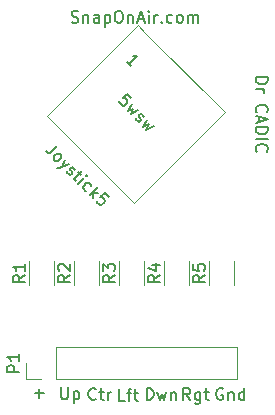
<source format=gbr>
G04 #@! TF.FileFunction,Legend,Top*
%FSLAX46Y46*%
G04 Gerber Fmt 4.6, Leading zero omitted, Abs format (unit mm)*
G04 Created by KiCad (PCBNEW 4.0.4-stable) date 06/04/17 22:37:21*
%MOMM*%
%LPD*%
G01*
G04 APERTURE LIST*
%ADD10C,0.100000*%
%ADD11C,0.150000*%
%ADD12C,0.200000*%
%ADD13C,0.120000*%
G04 APERTURE END LIST*
D10*
D11*
X164203119Y-100258952D02*
X165203119Y-100258952D01*
X165203119Y-100497047D01*
X165155500Y-100639905D01*
X165060262Y-100735143D01*
X164965024Y-100782762D01*
X164774548Y-100830381D01*
X164631690Y-100830381D01*
X164441214Y-100782762D01*
X164345976Y-100735143D01*
X164250738Y-100639905D01*
X164203119Y-100497047D01*
X164203119Y-100258952D01*
X164203119Y-101258952D02*
X164869786Y-101258952D01*
X164679310Y-101258952D02*
X164774548Y-101306571D01*
X164822167Y-101354190D01*
X164869786Y-101449428D01*
X164869786Y-101544667D01*
X164298357Y-103211334D02*
X164250738Y-103163715D01*
X164203119Y-103020858D01*
X164203119Y-102925620D01*
X164250738Y-102782762D01*
X164345976Y-102687524D01*
X164441214Y-102639905D01*
X164631690Y-102592286D01*
X164774548Y-102592286D01*
X164965024Y-102639905D01*
X165060262Y-102687524D01*
X165155500Y-102782762D01*
X165203119Y-102925620D01*
X165203119Y-103020858D01*
X165155500Y-103163715D01*
X165107881Y-103211334D01*
X164488833Y-103592286D02*
X164488833Y-104068477D01*
X164203119Y-103497048D02*
X165203119Y-103830381D01*
X164203119Y-104163715D01*
X164203119Y-104497048D02*
X165203119Y-104497048D01*
X165203119Y-104735143D01*
X165155500Y-104878001D01*
X165060262Y-104973239D01*
X164965024Y-105020858D01*
X164774548Y-105068477D01*
X164631690Y-105068477D01*
X164441214Y-105020858D01*
X164345976Y-104973239D01*
X164250738Y-104878001D01*
X164203119Y-104735143D01*
X164203119Y-104497048D01*
X164203119Y-105497048D02*
X165203119Y-105497048D01*
X164298357Y-106544667D02*
X164250738Y-106497048D01*
X164203119Y-106354191D01*
X164203119Y-106258953D01*
X164250738Y-106116095D01*
X164345976Y-106020857D01*
X164441214Y-105973238D01*
X164631690Y-105925619D01*
X164774548Y-105925619D01*
X164965024Y-105973238D01*
X165060262Y-106020857D01*
X165155500Y-106116095D01*
X165203119Y-106258953D01*
X165203119Y-106354191D01*
X165155500Y-106497048D01*
X165107881Y-106544667D01*
X148606548Y-95591262D02*
X148749405Y-95638881D01*
X148987501Y-95638881D01*
X149082739Y-95591262D01*
X149130358Y-95543643D01*
X149177977Y-95448405D01*
X149177977Y-95353167D01*
X149130358Y-95257929D01*
X149082739Y-95210310D01*
X148987501Y-95162690D01*
X148797024Y-95115071D01*
X148701786Y-95067452D01*
X148654167Y-95019833D01*
X148606548Y-94924595D01*
X148606548Y-94829357D01*
X148654167Y-94734119D01*
X148701786Y-94686500D01*
X148797024Y-94638881D01*
X149035120Y-94638881D01*
X149177977Y-94686500D01*
X149606548Y-94972214D02*
X149606548Y-95638881D01*
X149606548Y-95067452D02*
X149654167Y-95019833D01*
X149749405Y-94972214D01*
X149892263Y-94972214D01*
X149987501Y-95019833D01*
X150035120Y-95115071D01*
X150035120Y-95638881D01*
X150939882Y-95638881D02*
X150939882Y-95115071D01*
X150892263Y-95019833D01*
X150797025Y-94972214D01*
X150606548Y-94972214D01*
X150511310Y-95019833D01*
X150939882Y-95591262D02*
X150844644Y-95638881D01*
X150606548Y-95638881D01*
X150511310Y-95591262D01*
X150463691Y-95496024D01*
X150463691Y-95400786D01*
X150511310Y-95305548D01*
X150606548Y-95257929D01*
X150844644Y-95257929D01*
X150939882Y-95210310D01*
X151416072Y-94972214D02*
X151416072Y-95972214D01*
X151416072Y-95019833D02*
X151511310Y-94972214D01*
X151701787Y-94972214D01*
X151797025Y-95019833D01*
X151844644Y-95067452D01*
X151892263Y-95162690D01*
X151892263Y-95448405D01*
X151844644Y-95543643D01*
X151797025Y-95591262D01*
X151701787Y-95638881D01*
X151511310Y-95638881D01*
X151416072Y-95591262D01*
X152511310Y-94638881D02*
X152701787Y-94638881D01*
X152797025Y-94686500D01*
X152892263Y-94781738D01*
X152939882Y-94972214D01*
X152939882Y-95305548D01*
X152892263Y-95496024D01*
X152797025Y-95591262D01*
X152701787Y-95638881D01*
X152511310Y-95638881D01*
X152416072Y-95591262D01*
X152320834Y-95496024D01*
X152273215Y-95305548D01*
X152273215Y-94972214D01*
X152320834Y-94781738D01*
X152416072Y-94686500D01*
X152511310Y-94638881D01*
X153368453Y-94972214D02*
X153368453Y-95638881D01*
X153368453Y-95067452D02*
X153416072Y-95019833D01*
X153511310Y-94972214D01*
X153654168Y-94972214D01*
X153749406Y-95019833D01*
X153797025Y-95115071D01*
X153797025Y-95638881D01*
X154225596Y-95353167D02*
X154701787Y-95353167D01*
X154130358Y-95638881D02*
X154463691Y-94638881D01*
X154797025Y-95638881D01*
X155130358Y-95638881D02*
X155130358Y-94972214D01*
X155130358Y-94638881D02*
X155082739Y-94686500D01*
X155130358Y-94734119D01*
X155177977Y-94686500D01*
X155130358Y-94638881D01*
X155130358Y-94734119D01*
X155606548Y-95638881D02*
X155606548Y-94972214D01*
X155606548Y-95162690D02*
X155654167Y-95067452D01*
X155701786Y-95019833D01*
X155797024Y-94972214D01*
X155892263Y-94972214D01*
X156225596Y-95543643D02*
X156273215Y-95591262D01*
X156225596Y-95638881D01*
X156177977Y-95591262D01*
X156225596Y-95543643D01*
X156225596Y-95638881D01*
X157130358Y-95591262D02*
X157035120Y-95638881D01*
X156844643Y-95638881D01*
X156749405Y-95591262D01*
X156701786Y-95543643D01*
X156654167Y-95448405D01*
X156654167Y-95162690D01*
X156701786Y-95067452D01*
X156749405Y-95019833D01*
X156844643Y-94972214D01*
X157035120Y-94972214D01*
X157130358Y-95019833D01*
X157701786Y-95638881D02*
X157606548Y-95591262D01*
X157558929Y-95543643D01*
X157511310Y-95448405D01*
X157511310Y-95162690D01*
X157558929Y-95067452D01*
X157606548Y-95019833D01*
X157701786Y-94972214D01*
X157844644Y-94972214D01*
X157939882Y-95019833D01*
X157987501Y-95067452D01*
X158035120Y-95162690D01*
X158035120Y-95448405D01*
X157987501Y-95543643D01*
X157939882Y-95591262D01*
X157844644Y-95638881D01*
X157701786Y-95638881D01*
X158463691Y-95638881D02*
X158463691Y-94972214D01*
X158463691Y-95067452D02*
X158511310Y-95019833D01*
X158606548Y-94972214D01*
X158749406Y-94972214D01*
X158844644Y-95019833D01*
X158892263Y-95115071D01*
X158892263Y-95638881D01*
X158892263Y-95115071D02*
X158939882Y-95019833D01*
X159035120Y-94972214D01*
X159177977Y-94972214D01*
X159273215Y-95019833D01*
X159320834Y-95115071D01*
X159320834Y-95638881D01*
D12*
X158638929Y-127579381D02*
X158305595Y-127103190D01*
X158067500Y-127579381D02*
X158067500Y-126579381D01*
X158448453Y-126579381D01*
X158543691Y-126627000D01*
X158591310Y-126674619D01*
X158638929Y-126769857D01*
X158638929Y-126912714D01*
X158591310Y-127007952D01*
X158543691Y-127055571D01*
X158448453Y-127103190D01*
X158067500Y-127103190D01*
X159496072Y-126912714D02*
X159496072Y-127722238D01*
X159448453Y-127817476D01*
X159400834Y-127865095D01*
X159305595Y-127912714D01*
X159162738Y-127912714D01*
X159067500Y-127865095D01*
X159496072Y-127531762D02*
X159400834Y-127579381D01*
X159210357Y-127579381D01*
X159115119Y-127531762D01*
X159067500Y-127484143D01*
X159019881Y-127388905D01*
X159019881Y-127103190D01*
X159067500Y-127007952D01*
X159115119Y-126960333D01*
X159210357Y-126912714D01*
X159400834Y-126912714D01*
X159496072Y-126960333D01*
X159829405Y-126912714D02*
X160210357Y-126912714D01*
X159972262Y-126579381D02*
X159972262Y-127436524D01*
X160019881Y-127531762D01*
X160115119Y-127579381D01*
X160210357Y-127579381D01*
X154971905Y-127579381D02*
X154971905Y-126579381D01*
X155210000Y-126579381D01*
X155352858Y-126627000D01*
X155448096Y-126722238D01*
X155495715Y-126817476D01*
X155543334Y-127007952D01*
X155543334Y-127150810D01*
X155495715Y-127341286D01*
X155448096Y-127436524D01*
X155352858Y-127531762D01*
X155210000Y-127579381D01*
X154971905Y-127579381D01*
X155876667Y-126912714D02*
X156067143Y-127579381D01*
X156257620Y-127103190D01*
X156448096Y-127579381D01*
X156638572Y-126912714D01*
X157019524Y-126912714D02*
X157019524Y-127579381D01*
X157019524Y-127007952D02*
X157067143Y-126960333D01*
X157162381Y-126912714D01*
X157305239Y-126912714D01*
X157400477Y-126960333D01*
X157448096Y-127055571D01*
X157448096Y-127579381D01*
X153090595Y-127642881D02*
X152614404Y-127642881D01*
X152614404Y-126642881D01*
X153281071Y-126976214D02*
X153662023Y-126976214D01*
X153423928Y-127642881D02*
X153423928Y-126785738D01*
X153471547Y-126690500D01*
X153566785Y-126642881D01*
X153662023Y-126642881D01*
X153852500Y-126976214D02*
X154233452Y-126976214D01*
X153995357Y-126642881D02*
X153995357Y-127500024D01*
X154042976Y-127595262D01*
X154138214Y-127642881D01*
X154233452Y-127642881D01*
X150653786Y-127484143D02*
X150606167Y-127531762D01*
X150463310Y-127579381D01*
X150368072Y-127579381D01*
X150225214Y-127531762D01*
X150129976Y-127436524D01*
X150082357Y-127341286D01*
X150034738Y-127150810D01*
X150034738Y-127007952D01*
X150082357Y-126817476D01*
X150129976Y-126722238D01*
X150225214Y-126627000D01*
X150368072Y-126579381D01*
X150463310Y-126579381D01*
X150606167Y-126627000D01*
X150653786Y-126674619D01*
X150939500Y-126912714D02*
X151320452Y-126912714D01*
X151082357Y-126579381D02*
X151082357Y-127436524D01*
X151129976Y-127531762D01*
X151225214Y-127579381D01*
X151320452Y-127579381D01*
X151653786Y-127579381D02*
X151653786Y-126912714D01*
X151653786Y-127103190D02*
X151701405Y-127007952D01*
X151749024Y-126960333D01*
X151844262Y-126912714D01*
X151939501Y-126912714D01*
X147724905Y-126515881D02*
X147724905Y-127325405D01*
X147772524Y-127420643D01*
X147820143Y-127468262D01*
X147915381Y-127515881D01*
X148105858Y-127515881D01*
X148201096Y-127468262D01*
X148248715Y-127420643D01*
X148296334Y-127325405D01*
X148296334Y-126515881D01*
X148772524Y-126849214D02*
X148772524Y-127849214D01*
X148772524Y-126896833D02*
X148867762Y-126849214D01*
X149058239Y-126849214D01*
X149153477Y-126896833D01*
X149201096Y-126944452D01*
X149248715Y-127039690D01*
X149248715Y-127325405D01*
X149201096Y-127420643D01*
X149153477Y-127468262D01*
X149058239Y-127515881D01*
X148867762Y-127515881D01*
X148772524Y-127468262D01*
X161409143Y-126627000D02*
X161313905Y-126579381D01*
X161171048Y-126579381D01*
X161028190Y-126627000D01*
X160932952Y-126722238D01*
X160885333Y-126817476D01*
X160837714Y-127007952D01*
X160837714Y-127150810D01*
X160885333Y-127341286D01*
X160932952Y-127436524D01*
X161028190Y-127531762D01*
X161171048Y-127579381D01*
X161266286Y-127579381D01*
X161409143Y-127531762D01*
X161456762Y-127484143D01*
X161456762Y-127150810D01*
X161266286Y-127150810D01*
X161885333Y-126912714D02*
X161885333Y-127579381D01*
X161885333Y-127007952D02*
X161932952Y-126960333D01*
X162028190Y-126912714D01*
X162171048Y-126912714D01*
X162266286Y-126960333D01*
X162313905Y-127055571D01*
X162313905Y-127579381D01*
X163218667Y-127579381D02*
X163218667Y-126579381D01*
X163218667Y-127531762D02*
X163123429Y-127579381D01*
X162932952Y-127579381D01*
X162837714Y-127531762D01*
X162790095Y-127484143D01*
X162742476Y-127388905D01*
X162742476Y-127103190D01*
X162790095Y-127007952D01*
X162837714Y-126960333D01*
X162932952Y-126912714D01*
X163123429Y-126912714D01*
X163218667Y-126960333D01*
X145478548Y-127007929D02*
X146240453Y-127007929D01*
X145859501Y-127388881D02*
X145859501Y-126626976D01*
D10*
X154910229Y-96549771D02*
X161557033Y-103196575D01*
X161557033Y-103196575D02*
X153849569Y-110904039D01*
X153849569Y-110904039D02*
X146495658Y-103550128D01*
X146495658Y-103550128D02*
X154203122Y-95842664D01*
X154203122Y-95842664D02*
X154910229Y-96549771D01*
D13*
X147320000Y-125790000D02*
X162620000Y-125790000D01*
X162620000Y-125790000D02*
X162620000Y-123130000D01*
X162620000Y-123130000D02*
X147320000Y-123130000D01*
X147320000Y-123130000D02*
X147320000Y-125790000D01*
X146050000Y-125790000D02*
X144720000Y-125790000D01*
X144720000Y-125790000D02*
X144720000Y-124460000D01*
X147120000Y-115840000D02*
X147120000Y-117840000D01*
X144980000Y-117840000D02*
X144980000Y-115840000D01*
X150930000Y-115840000D02*
X150930000Y-117840000D01*
X148790000Y-117840000D02*
X148790000Y-115840000D01*
X154740000Y-115840000D02*
X154740000Y-117840000D01*
X152600000Y-117840000D02*
X152600000Y-115840000D01*
X158550000Y-115840000D02*
X158550000Y-117840000D01*
X156410000Y-117840000D02*
X156410000Y-115840000D01*
X162360000Y-115840000D02*
X162360000Y-117840000D01*
X160220000Y-117840000D02*
X160220000Y-115840000D01*
D11*
X147393011Y-106077193D02*
X146887934Y-106582270D01*
X146753247Y-106649613D01*
X146618560Y-106649613D01*
X146483873Y-106582269D01*
X146416529Y-106514926D01*
X147123636Y-107222033D02*
X147089965Y-107121017D01*
X147089965Y-107053674D01*
X147123636Y-106952659D01*
X147325667Y-106750628D01*
X147426682Y-106716956D01*
X147494026Y-106716956D01*
X147595041Y-106750628D01*
X147696057Y-106851644D01*
X147729729Y-106952659D01*
X147729729Y-107020002D01*
X147696057Y-107121017D01*
X147494026Y-107323048D01*
X147393011Y-107356720D01*
X147325667Y-107356720D01*
X147224652Y-107323048D01*
X147123636Y-107222033D01*
X148066446Y-107222033D02*
X147763400Y-107861796D01*
X148403164Y-107558750D02*
X147763400Y-107861796D01*
X147527698Y-107962811D01*
X147460354Y-107962811D01*
X147359339Y-107929139D01*
X148201133Y-108232186D02*
X148234804Y-108333201D01*
X148369491Y-108467888D01*
X148470507Y-108501560D01*
X148571522Y-108467888D01*
X148605194Y-108434217D01*
X148638866Y-108333201D01*
X148605193Y-108232186D01*
X148504178Y-108131170D01*
X148470506Y-108030155D01*
X148504179Y-107929139D01*
X148537851Y-107895468D01*
X148638866Y-107861796D01*
X148739881Y-107895468D01*
X148840896Y-107996483D01*
X148874568Y-108097499D01*
X149143942Y-108299529D02*
X149413316Y-108568903D01*
X149480659Y-108164842D02*
X148874568Y-108770934D01*
X148840896Y-108871949D01*
X148874568Y-108972964D01*
X148941911Y-109040307D01*
X149177614Y-109276010D02*
X149649019Y-108804605D01*
X149884721Y-108568903D02*
X149817377Y-108568903D01*
X149817377Y-108636247D01*
X149884721Y-108636247D01*
X149884721Y-108568903D01*
X149817377Y-108636247D01*
X149851049Y-109882102D02*
X149750034Y-109848430D01*
X149615346Y-109713743D01*
X149581674Y-109612727D01*
X149581674Y-109545384D01*
X149615346Y-109444369D01*
X149817377Y-109242338D01*
X149918392Y-109208666D01*
X149985736Y-109208666D01*
X150086751Y-109242338D01*
X150221439Y-109377025D01*
X150255110Y-109478041D01*
X150120423Y-110218819D02*
X150827529Y-109511712D01*
X150457140Y-110016789D02*
X150389797Y-110488193D01*
X150861202Y-110016789D02*
X150322453Y-110016789D01*
X151736667Y-110420850D02*
X151399949Y-110084132D01*
X151029560Y-110387178D01*
X151096904Y-110387178D01*
X151197919Y-110420849D01*
X151366278Y-110589209D01*
X151399950Y-110690224D01*
X151399950Y-110757567D01*
X151366278Y-110858583D01*
X151197919Y-111026942D01*
X151096904Y-111060613D01*
X151029560Y-111060613D01*
X150928545Y-111026942D01*
X150760186Y-110858582D01*
X150726514Y-110757567D01*
X150726514Y-110690224D01*
X153661008Y-102021431D02*
X153324290Y-101684713D01*
X152953901Y-101987758D01*
X153021245Y-101987758D01*
X153122260Y-102021430D01*
X153290619Y-102189789D01*
X153324291Y-102290804D01*
X153324291Y-102358148D01*
X153290618Y-102459164D01*
X153122260Y-102627522D01*
X153021245Y-102661194D01*
X152953901Y-102661194D01*
X152852886Y-102627522D01*
X152684527Y-102459163D01*
X152650855Y-102358148D01*
X152650855Y-102290804D01*
X153694680Y-102526507D02*
X153357962Y-103132598D01*
X153829367Y-102930568D01*
X153627336Y-103401973D01*
X154233428Y-103065255D01*
X154031397Y-103738690D02*
X154065069Y-103839705D01*
X154199755Y-103974392D01*
X154300771Y-104008064D01*
X154401786Y-103974392D01*
X154435458Y-103940721D01*
X154469130Y-103839706D01*
X154435457Y-103738690D01*
X154334442Y-103637675D01*
X154300771Y-103536659D01*
X154334443Y-103435644D01*
X154368115Y-103401972D01*
X154469130Y-103368300D01*
X154570145Y-103401972D01*
X154671160Y-103502987D01*
X154704833Y-103604003D01*
X155007878Y-103839705D02*
X154671160Y-104445797D01*
X155142566Y-104243766D01*
X154940535Y-104715171D01*
X155546626Y-104378453D01*
X153661007Y-99334426D02*
X153256946Y-98930364D01*
X153458976Y-99132395D02*
X154166083Y-98425288D01*
X153997725Y-98458960D01*
X153863038Y-98458960D01*
X153762022Y-98425288D01*
X144172381Y-125198095D02*
X143172381Y-125198095D01*
X143172381Y-124817142D01*
X143220000Y-124721904D01*
X143267619Y-124674285D01*
X143362857Y-124626666D01*
X143505714Y-124626666D01*
X143600952Y-124674285D01*
X143648571Y-124721904D01*
X143696190Y-124817142D01*
X143696190Y-125198095D01*
X144172381Y-123674285D02*
X144172381Y-124245714D01*
X144172381Y-123960000D02*
X143172381Y-123960000D01*
X143315238Y-124055238D01*
X143410476Y-124150476D01*
X143458095Y-124245714D01*
X144652381Y-117006666D02*
X144176190Y-117340000D01*
X144652381Y-117578095D02*
X143652381Y-117578095D01*
X143652381Y-117197142D01*
X143700000Y-117101904D01*
X143747619Y-117054285D01*
X143842857Y-117006666D01*
X143985714Y-117006666D01*
X144080952Y-117054285D01*
X144128571Y-117101904D01*
X144176190Y-117197142D01*
X144176190Y-117578095D01*
X144652381Y-116054285D02*
X144652381Y-116625714D01*
X144652381Y-116340000D02*
X143652381Y-116340000D01*
X143795238Y-116435238D01*
X143890476Y-116530476D01*
X143938095Y-116625714D01*
X148462381Y-117006666D02*
X147986190Y-117340000D01*
X148462381Y-117578095D02*
X147462381Y-117578095D01*
X147462381Y-117197142D01*
X147510000Y-117101904D01*
X147557619Y-117054285D01*
X147652857Y-117006666D01*
X147795714Y-117006666D01*
X147890952Y-117054285D01*
X147938571Y-117101904D01*
X147986190Y-117197142D01*
X147986190Y-117578095D01*
X147557619Y-116625714D02*
X147510000Y-116578095D01*
X147462381Y-116482857D01*
X147462381Y-116244761D01*
X147510000Y-116149523D01*
X147557619Y-116101904D01*
X147652857Y-116054285D01*
X147748095Y-116054285D01*
X147890952Y-116101904D01*
X148462381Y-116673333D01*
X148462381Y-116054285D01*
X152272381Y-117006666D02*
X151796190Y-117340000D01*
X152272381Y-117578095D02*
X151272381Y-117578095D01*
X151272381Y-117197142D01*
X151320000Y-117101904D01*
X151367619Y-117054285D01*
X151462857Y-117006666D01*
X151605714Y-117006666D01*
X151700952Y-117054285D01*
X151748571Y-117101904D01*
X151796190Y-117197142D01*
X151796190Y-117578095D01*
X151272381Y-116673333D02*
X151272381Y-116054285D01*
X151653333Y-116387619D01*
X151653333Y-116244761D01*
X151700952Y-116149523D01*
X151748571Y-116101904D01*
X151843810Y-116054285D01*
X152081905Y-116054285D01*
X152177143Y-116101904D01*
X152224762Y-116149523D01*
X152272381Y-116244761D01*
X152272381Y-116530476D01*
X152224762Y-116625714D01*
X152177143Y-116673333D01*
X156082381Y-117006666D02*
X155606190Y-117340000D01*
X156082381Y-117578095D02*
X155082381Y-117578095D01*
X155082381Y-117197142D01*
X155130000Y-117101904D01*
X155177619Y-117054285D01*
X155272857Y-117006666D01*
X155415714Y-117006666D01*
X155510952Y-117054285D01*
X155558571Y-117101904D01*
X155606190Y-117197142D01*
X155606190Y-117578095D01*
X155415714Y-116149523D02*
X156082381Y-116149523D01*
X155034762Y-116387619D02*
X155749048Y-116625714D01*
X155749048Y-116006666D01*
X159892381Y-117006666D02*
X159416190Y-117340000D01*
X159892381Y-117578095D02*
X158892381Y-117578095D01*
X158892381Y-117197142D01*
X158940000Y-117101904D01*
X158987619Y-117054285D01*
X159082857Y-117006666D01*
X159225714Y-117006666D01*
X159320952Y-117054285D01*
X159368571Y-117101904D01*
X159416190Y-117197142D01*
X159416190Y-117578095D01*
X158892381Y-116101904D02*
X158892381Y-116578095D01*
X159368571Y-116625714D01*
X159320952Y-116578095D01*
X159273333Y-116482857D01*
X159273333Y-116244761D01*
X159320952Y-116149523D01*
X159368571Y-116101904D01*
X159463810Y-116054285D01*
X159701905Y-116054285D01*
X159797143Y-116101904D01*
X159844762Y-116149523D01*
X159892381Y-116244761D01*
X159892381Y-116482857D01*
X159844762Y-116578095D01*
X159797143Y-116625714D01*
M02*

</source>
